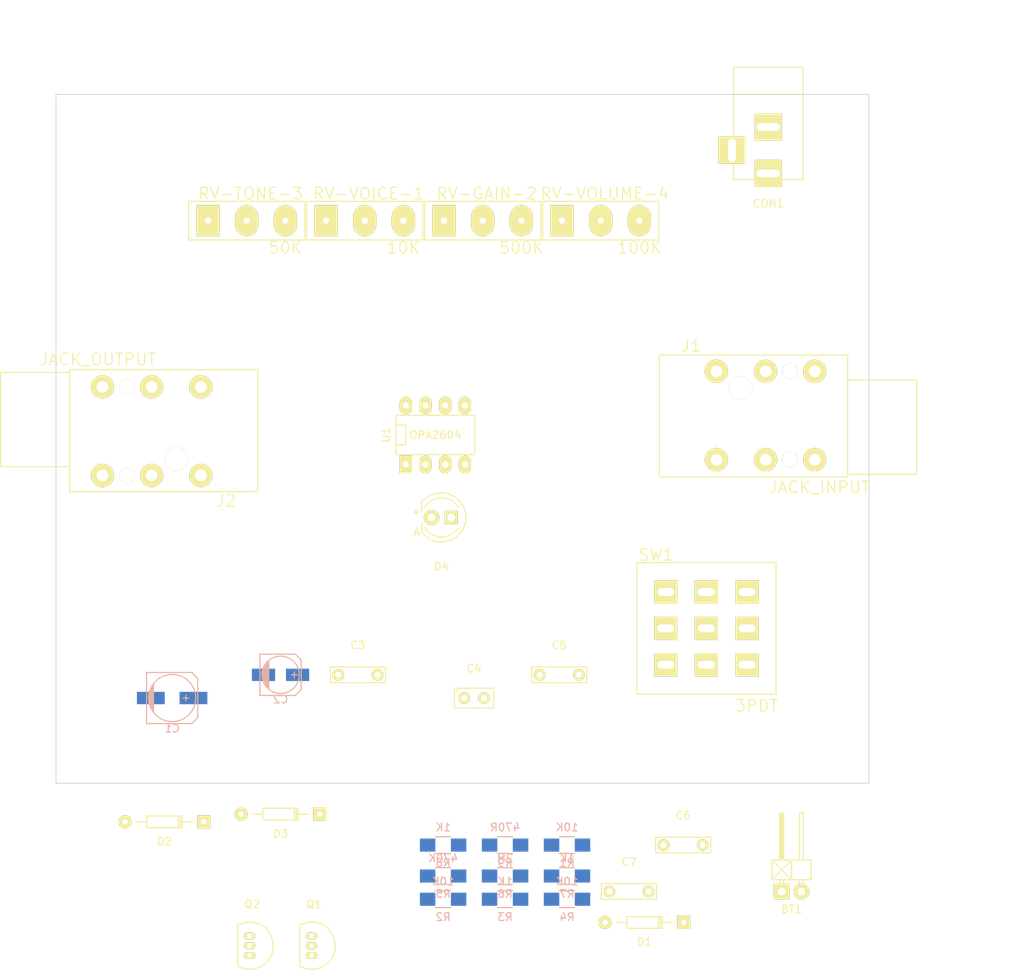
<source format=kicad_pcb>
(kicad_pcb (version 4) (host pcbnew "(2014-12-04 BZR 5312)-product")

  (general
    (links 65)
    (no_connects 65)
    (area 62.949999 50.949999 168.050001 140.050001)
    (thickness 1.6)
    (drawings 6)
    (tracks 0)
    (zones 0)
    (modules 32)
    (nets 28)
  )

  (page A4)
  (layers
    (0 F.Cu signal)
    (31 B.Cu signal)
    (32 B.Adhes user)
    (33 F.Adhes user)
    (34 B.Paste user)
    (35 F.Paste user)
    (36 B.SilkS user)
    (37 F.SilkS user)
    (38 B.Mask user)
    (39 F.Mask user)
    (40 Dwgs.User user)
    (41 Cmts.User user)
    (42 Eco1.User user)
    (43 Eco2.User user)
    (44 Edge.Cuts user)
    (45 Margin user)
    (46 B.CrtYd user)
    (47 F.CrtYd user)
    (48 B.Fab user)
    (49 F.Fab user)
  )

  (setup
    (last_trace_width 0.254)
    (trace_clearance 0.254)
    (zone_clearance 0.508)
    (zone_45_only no)
    (trace_min 0.254)
    (segment_width 0.2)
    (edge_width 0.1)
    (via_size 0.889)
    (via_drill 0.635)
    (via_min_size 0.889)
    (via_min_drill 0.508)
    (uvia_size 0.508)
    (uvia_drill 0.127)
    (uvias_allowed no)
    (uvia_min_size 0.508)
    (uvia_min_drill 0.127)
    (pcb_text_width 0.3)
    (pcb_text_size 1.5 1.5)
    (mod_edge_width 0.15)
    (mod_text_size 1 1)
    (mod_text_width 0.15)
    (pad_size 1.5 1.5)
    (pad_drill 0.6)
    (pad_to_mask_clearance 0)
    (aux_axis_origin 0 0)
    (visible_elements 7FFCFFFF)
    (pcbplotparams
      (layerselection 0x00030_80000001)
      (usegerberextensions false)
      (excludeedgelayer true)
      (linewidth 0.100000)
      (plotframeref false)
      (viasonmask false)
      (mode 1)
      (useauxorigin false)
      (hpglpennumber 1)
      (hpglpenspeed 20)
      (hpglpendiameter 15)
      (hpglpenoverlay 2)
      (psnegative false)
      (psa4output false)
      (plotreference true)
      (plotvalue true)
      (plotinvisibletext false)
      (padsonsilk false)
      (subtractmaskfromsilk false)
      (outputformat 1)
      (mirror false)
      (drillshape 1)
      (scaleselection 1)
      (outputdirectory ""))
  )

  (net 0 "")
  (net 1 "Net-(BT1-Pad1)")
  (net 2 "Net-(BT1-Pad2)")
  (net 3 +9V)
  (net 4 GND)
  (net 5 V2)
  (net 6 "Net-(C3-Pad1)")
  (net 7 "Net-(C3-Pad2)")
  (net 8 "Net-(C4-Pad1)")
  (net 9 "Net-(C5-Pad2)")
  (net 10 "Net-(C6-Pad1)")
  (net 11 INPUT)
  (net 12 "Net-(C7-Pad1)")
  (net 13 "Net-(C7-Pad2)")
  (net 14 "Net-(D1-Pad1)")
  (net 15 "Net-(D1-Pad2)")
  (net 16 "Net-(D3-Pad2)")
  (net 17 "Net-(D4-Pad2)")
  (net 18 INPUT_JACK)
  (net 19 OUTPUT_JACK)
  (net 20 "Net-(R3-Pad1)")
  (net 21 "Net-(R4-Pad1)")
  (net 22 "Net-(R7-Pad1)")
  (net 23 "Net-(R8-Pad2)")
  (net 24 "Net-(R9-Pad2)")
  (net 25 OUTPUT)
  (net 26 "Net-(SW1-Pad4)")
  (net 27 "Net-(SW1-Pad1)")

  (net_class Default "This is the default net class."
    (clearance 0.254)
    (trace_width 0.254)
    (via_dia 0.889)
    (via_drill 0.635)
    (uvia_dia 0.508)
    (uvia_drill 0.127)
    (add_net +9V)
    (add_net GND)
    (add_net INPUT)
    (add_net INPUT_JACK)
    (add_net "Net-(BT1-Pad1)")
    (add_net "Net-(BT1-Pad2)")
    (add_net "Net-(C3-Pad1)")
    (add_net "Net-(C3-Pad2)")
    (add_net "Net-(C4-Pad1)")
    (add_net "Net-(C5-Pad2)")
    (add_net "Net-(C6-Pad1)")
    (add_net "Net-(C7-Pad1)")
    (add_net "Net-(C7-Pad2)")
    (add_net "Net-(D1-Pad1)")
    (add_net "Net-(D1-Pad2)")
    (add_net "Net-(D3-Pad2)")
    (add_net "Net-(D4-Pad2)")
    (add_net "Net-(R3-Pad1)")
    (add_net "Net-(R4-Pad1)")
    (add_net "Net-(R7-Pad1)")
    (add_net "Net-(R8-Pad2)")
    (add_net "Net-(R9-Pad2)")
    (add_net "Net-(SW1-Pad1)")
    (add_net "Net-(SW1-Pad4)")
    (add_net OUTPUT)
    (add_net OUTPUT_JACK)
    (add_net V2)
  )

  (module Pin_Headers:Pin_Header_Angled_1x02 (layer F.Cu) (tedit 54B175DF) (tstamp 54B17D57)
    (at 158 154)
    (descr "Through hole pin header")
    (tags "pin header")
    (path /54AD9636)
    (fp_text reference BT1 (at 0 2.286) (layer F.SilkS)
      (effects (font (size 1 1) (thickness 0.15)))
    )
    (fp_text value BATTERY (at 0 0) (layer F.SilkS) hide
      (effects (font (size 1 1) (thickness 0.15)))
    )
    (fp_line (start 0 -4.064) (end -2.54 -1.524) (layer F.SilkS) (width 0.15))
    (fp_line (start -2.54 -4.064) (end 0 -1.524) (layer F.SilkS) (width 0.15))
    (fp_line (start -1.397 -4.191) (end -1.397 -10.033) (layer F.SilkS) (width 0.15))
    (fp_line (start -1.397 -10.033) (end -1.143 -10.033) (layer F.SilkS) (width 0.15))
    (fp_line (start -1.143 -10.033) (end -1.143 -4.191) (layer F.SilkS) (width 0.15))
    (fp_line (start -1.143 -4.191) (end -1.27 -4.191) (layer F.SilkS) (width 0.15))
    (fp_line (start -1.27 -4.191) (end -1.27 -10.033) (layer F.SilkS) (width 0.15))
    (fp_line (start -1.524 -1.524) (end -1.524 -1.143) (layer F.SilkS) (width 0.15))
    (fp_line (start -1.016 -1.524) (end -1.016 -1.143) (layer F.SilkS) (width 0.15))
    (fp_line (start 1.016 -1.524) (end 1.016 -1.143) (layer F.SilkS) (width 0.15))
    (fp_line (start 1.524 -1.524) (end 1.524 -1.143) (layer F.SilkS) (width 0.15))
    (fp_line (start -2.54 -1.524) (end -2.54 -4.064) (layer F.SilkS) (width 0.15))
    (fp_line (start 0 -1.524) (end 0 -4.064) (layer F.SilkS) (width 0.15))
    (fp_line (start 0 -1.524) (end 2.54 -1.524) (layer F.SilkS) (width 0.15))
    (fp_line (start 2.54 -1.524) (end 2.54 -4.064) (layer F.SilkS) (width 0.15))
    (fp_line (start 1.016 -4.064) (end 1.016 -10.16) (layer F.SilkS) (width 0.15))
    (fp_line (start 1.016 -10.16) (end 1.524 -10.16) (layer F.SilkS) (width 0.15))
    (fp_line (start 1.524 -10.16) (end 1.524 -4.064) (layer F.SilkS) (width 0.15))
    (fp_line (start 2.54 -4.064) (end 0 -4.064) (layer F.SilkS) (width 0.15))
    (fp_line (start 0 -4.064) (end -2.54 -4.064) (layer F.SilkS) (width 0.15))
    (fp_line (start -1.016 -10.16) (end -1.016 -4.064) (layer F.SilkS) (width 0.15))
    (fp_line (start -1.524 -10.16) (end -1.016 -10.16) (layer F.SilkS) (width 0.15))
    (fp_line (start -1.524 -4.064) (end -1.524 -10.16) (layer F.SilkS) (width 0.15))
    (fp_line (start 0 -1.524) (end 0 -4.064) (layer F.SilkS) (width 0.15))
    (fp_line (start -2.54 -1.524) (end 0 -1.524) (layer F.SilkS) (width 0.15))
    (pad 1 thru_hole rect (at -1.27 0) (size 2.032 2.032) (drill 1.016) (layers *.Cu *.Mask F.SilkS)
      (net 1 "Net-(BT1-Pad1)"))
    (pad 2 thru_hole oval (at 1.27 0) (size 2.032 2.032) (drill 1.016) (layers *.Cu *.Mask F.SilkS)
      (net 2 "Net-(BT1-Pad2)"))
    (model Pin_Headers/Pin_Header_Angled_1x02.wrl
      (at (xyz 0 0 0))
      (scale (xyz 1 1 1))
      (rotate (xyz 0 0 0))
    )
  )

  (module Capacitors_SMD:c_elec_6.3x5.3 (layer B.Cu) (tedit 54B175DF) (tstamp 54B17D6B)
    (at 78 129)
    (descr "SMT capacitor, aluminium electrolytic, 6.3x5.3")
    (path /54AD8B6F)
    (fp_text reference C1 (at 0 3.937) (layer B.SilkS)
      (effects (font (size 1 1) (thickness 0.15)) (justify mirror))
    )
    (fp_text value 100uF (at 0 -3.81) (layer B.SilkS) hide
      (effects (font (size 1 1) (thickness 0.15)) (justify mirror))
    )
    (fp_line (start -2.921 0.762) (end -2.921 -0.762) (layer B.SilkS) (width 0.15))
    (fp_line (start -2.794 -1.143) (end -2.794 1.143) (layer B.SilkS) (width 0.15))
    (fp_line (start -2.667 1.397) (end -2.667 -1.397) (layer B.SilkS) (width 0.15))
    (fp_line (start -2.54 -1.651) (end -2.54 1.651) (layer B.SilkS) (width 0.15))
    (fp_line (start -2.413 1.778) (end -2.413 -1.778) (layer B.SilkS) (width 0.15))
    (fp_circle (center 0 0) (end -3.048 0) (layer B.SilkS) (width 0.15))
    (fp_line (start -3.302 3.302) (end -3.302 -3.302) (layer B.SilkS) (width 0.15))
    (fp_line (start -3.302 -3.302) (end 2.54 -3.302) (layer B.SilkS) (width 0.15))
    (fp_line (start 2.54 -3.302) (end 3.302 -2.54) (layer B.SilkS) (width 0.15))
    (fp_line (start 3.302 -2.54) (end 3.302 2.54) (layer B.SilkS) (width 0.15))
    (fp_line (start 3.302 2.54) (end 2.54 3.302) (layer B.SilkS) (width 0.15))
    (fp_line (start 2.54 3.302) (end -3.302 3.302) (layer B.SilkS) (width 0.15))
    (fp_line (start 2.159 0) (end 1.397 0) (layer B.SilkS) (width 0.15))
    (fp_line (start 1.778 0.381) (end 1.778 -0.381) (layer B.SilkS) (width 0.15))
    (pad 1 smd rect (at 2.75082 0) (size 3.59918 1.6002) (layers B.Cu B.Paste B.Mask)
      (net 3 +9V))
    (pad 2 smd rect (at -2.75082 0) (size 3.59918 1.6002) (layers B.Cu B.Paste B.Mask)
      (net 4 GND))
    (model Capacitors_SMD/c_elec_6.3x5.3.wrl
      (at (xyz 0 0 0))
      (scale (xyz 1 1 1))
      (rotate (xyz 0 0 0))
    )
  )

  (module Capacitors_SMD:c_elec_5x5.3 (layer B.Cu) (tedit 540403A8) (tstamp 54B17D81)
    (at 92 126)
    (descr "SMT capacitor, aluminium electrolytic, 5x5.3")
    (path /54AD8B93)
    (fp_text reference C2 (at 0 3.175) (layer B.SilkS)
      (effects (font (size 1 1) (thickness 0.15)) (justify mirror))
    )
    (fp_text value 47uF (at 0 -3.175) (layer B.SilkS) hide
      (effects (font (size 1 1) (thickness 0.15)) (justify mirror))
    )
    (fp_line (start -2.286 0.635) (end -2.286 -0.762) (layer B.SilkS) (width 0.15))
    (fp_line (start -2.159 0.889) (end -2.159 -0.889) (layer B.SilkS) (width 0.15))
    (fp_line (start -2.032 1.27) (end -2.032 -1.27) (layer B.SilkS) (width 0.15))
    (fp_line (start -1.905 -1.397) (end -1.905 1.397) (layer B.SilkS) (width 0.15))
    (fp_line (start -1.778 1.524) (end -1.778 -1.524) (layer B.SilkS) (width 0.15))
    (fp_line (start -1.651 -1.651) (end -1.651 1.651) (layer B.SilkS) (width 0.15))
    (fp_line (start -1.524 1.778) (end -1.524 -1.778) (layer B.SilkS) (width 0.15))
    (fp_circle (center 0 0) (end -2.413 0) (layer B.SilkS) (width 0.15))
    (fp_line (start -2.667 2.667) (end 1.905 2.667) (layer B.SilkS) (width 0.15))
    (fp_line (start 1.905 2.667) (end 2.667 1.905) (layer B.SilkS) (width 0.15))
    (fp_line (start 2.667 1.905) (end 2.667 -1.905) (layer B.SilkS) (width 0.15))
    (fp_line (start 2.667 -1.905) (end 1.905 -2.667) (layer B.SilkS) (width 0.15))
    (fp_line (start 1.905 -2.667) (end -2.667 -2.667) (layer B.SilkS) (width 0.15))
    (fp_line (start -2.667 -2.667) (end -2.667 2.667) (layer B.SilkS) (width 0.15))
    (fp_line (start 2.159 0) (end 1.397 0) (layer B.SilkS) (width 0.15))
    (fp_line (start 1.778 0.381) (end 1.778 -0.381) (layer B.SilkS) (width 0.15))
    (pad 1 smd rect (at 2.19964 0) (size 2.99974 1.6002) (layers B.Cu B.Paste B.Mask)
      (net 5 V2))
    (pad 2 smd rect (at -2.19964 0) (size 2.99974 1.6002) (layers B.Cu B.Paste B.Mask)
      (net 4 GND))
    (model Capacitors_SMD/c_elec_5x5.3.wrl
      (at (xyz 0 0 0))
      (scale (xyz 1 1 1))
      (rotate (xyz 0 0 0))
    )
  )

  (module Capacitors_ThroughHole:Capacitor7.5MMDiscRM5 (layer F.Cu) (tedit 54B175DF) (tstamp 54B17D8B)
    (at 102 126)
    (descr "Capacitor 7.5MM Disc RM 5MM")
    (tags C)
    (path /54ADDA73)
    (fp_text reference C3 (at 0 -3.81) (layer F.SilkS)
      (effects (font (size 1 1) (thickness 0.15)))
    )
    (fp_text value 470nF (at 0 -2.286) (layer F.SilkS) hide
      (effects (font (size 1 1) (thickness 0.15)))
    )
    (fp_line (start -3.556 -1.016) (end -3.556 1.016) (layer F.SilkS) (width 0.15))
    (fp_line (start -3.556 1.016) (end 3.556 1.016) (layer F.SilkS) (width 0.15))
    (fp_line (start 3.556 1.016) (end 3.556 -1.016) (layer F.SilkS) (width 0.15))
    (fp_line (start 3.556 -1.016) (end -3.556 -1.016) (layer F.SilkS) (width 0.15))
    (pad 1 thru_hole circle (at -2.54 0) (size 1.50114 1.50114) (drill 0.8001) (layers *.Cu *.Mask F.SilkS)
      (net 6 "Net-(C3-Pad1)"))
    (pad 2 thru_hole circle (at 2.54 0) (size 1.50114 1.50114) (drill 0.8001) (layers *.Cu *.Mask F.SilkS)
      (net 7 "Net-(C3-Pad2)"))
    (model Capacitors_ThroughHole/Capacitor7.5MMDiscRM5.wrl
      (at (xyz 0 0 0))
      (scale (xyz 1 1 1))
      (rotate (xyz 0 0 0))
    )
  )

  (module Capacitors_ThroughHole:Capacitor3MMDiscRM2.5 (layer F.Cu) (tedit 54B175DF) (tstamp 54B17D96)
    (at 117 129)
    (descr Capacitor3MMDiscRM2.5)
    (tags C)
    (path /54ADCF6C)
    (fp_text reference C4 (at 0 -3.81) (layer F.SilkS)
      (effects (font (size 1 1) (thickness 0.15)))
    )
    (fp_text value 3.3nF (at 0 -2.286) (layer F.SilkS) hide
      (effects (font (size 1 1) (thickness 0.15)))
    )
    (fp_line (start -2.4892 -1.27) (end 2.54 -1.27) (layer F.SilkS) (width 0.15))
    (fp_line (start 2.54 -1.27) (end 2.54 1.27) (layer F.SilkS) (width 0.15))
    (fp_line (start 2.54 1.27) (end -2.54 1.27) (layer F.SilkS) (width 0.15))
    (fp_line (start -2.54 1.27) (end -2.54 -1.27) (layer F.SilkS) (width 0.15))
    (fp_line (start -2.54 -0.635) (end -1.905 -1.27) (layer F.SilkS) (width 0.15))
    (pad 1 thru_hole circle (at -1.27 0) (size 1.50114 1.50114) (drill 0.8001) (layers *.Cu *.Mask F.SilkS)
      (net 8 "Net-(C4-Pad1)"))
    (pad 2 thru_hole circle (at 1.27 0) (size 1.50114 1.50114) (drill 0.8001) (layers *.Cu *.Mask F.SilkS)
      (net 4 GND))
    (model Capacitors_ThroughHole/Capacitor3MMDiscRM2.5.wrl
      (at (xyz 0 0 0))
      (scale (xyz 1 1 1))
      (rotate (xyz 0 0 0))
    )
  )

  (module Capacitors_ThroughHole:Capacitor7.5MMDiscRM5 (layer F.Cu) (tedit 54B175DF) (tstamp 54B17DA0)
    (at 128 126)
    (descr "Capacitor 7.5MM Disc RM 5MM")
    (tags C)
    (path /54AD9CBC)
    (fp_text reference C5 (at 0 -3.81) (layer F.SilkS)
      (effects (font (size 1 1) (thickness 0.15)))
    )
    (fp_text value 100nF (at 0 -2.286) (layer F.SilkS) hide
      (effects (font (size 1 1) (thickness 0.15)))
    )
    (fp_line (start -3.556 -1.016) (end -3.556 1.016) (layer F.SilkS) (width 0.15))
    (fp_line (start -3.556 1.016) (end 3.556 1.016) (layer F.SilkS) (width 0.15))
    (fp_line (start 3.556 1.016) (end 3.556 -1.016) (layer F.SilkS) (width 0.15))
    (fp_line (start 3.556 -1.016) (end -3.556 -1.016) (layer F.SilkS) (width 0.15))
    (pad 1 thru_hole circle (at -2.54 0) (size 1.50114 1.50114) (drill 0.8001) (layers *.Cu *.Mask F.SilkS)
      (net 5 V2))
    (pad 2 thru_hole circle (at 2.54 0) (size 1.50114 1.50114) (drill 0.8001) (layers *.Cu *.Mask F.SilkS)
      (net 9 "Net-(C5-Pad2)"))
    (model Capacitors_ThroughHole/Capacitor7.5MMDiscRM5.wrl
      (at (xyz 0 0 0))
      (scale (xyz 1 1 1))
      (rotate (xyz 0 0 0))
    )
  )

  (module Capacitors_ThroughHole:Capacitor7.5MMDiscRM5 (layer F.Cu) (tedit 54B175DF) (tstamp 54B17DAA)
    (at 144 148)
    (descr "Capacitor 7.5MM Disc RM 5MM")
    (tags C)
    (path /54ADA3BF)
    (fp_text reference C6 (at 0 -3.81) (layer F.SilkS)
      (effects (font (size 1 1) (thickness 0.15)))
    )
    (fp_text value 470nF (at 0 -2.286) (layer F.SilkS) hide
      (effects (font (size 1 1) (thickness 0.15)))
    )
    (fp_line (start -3.556 -1.016) (end -3.556 1.016) (layer F.SilkS) (width 0.15))
    (fp_line (start -3.556 1.016) (end 3.556 1.016) (layer F.SilkS) (width 0.15))
    (fp_line (start 3.556 1.016) (end 3.556 -1.016) (layer F.SilkS) (width 0.15))
    (fp_line (start 3.556 -1.016) (end -3.556 -1.016) (layer F.SilkS) (width 0.15))
    (pad 1 thru_hole circle (at -2.54 0) (size 1.50114 1.50114) (drill 0.8001) (layers *.Cu *.Mask F.SilkS)
      (net 10 "Net-(C6-Pad1)"))
    (pad 2 thru_hole circle (at 2.54 0) (size 1.50114 1.50114) (drill 0.8001) (layers *.Cu *.Mask F.SilkS)
      (net 11 INPUT))
    (model Capacitors_ThroughHole/Capacitor7.5MMDiscRM5.wrl
      (at (xyz 0 0 0))
      (scale (xyz 1 1 1))
      (rotate (xyz 0 0 0))
    )
  )

  (module Capacitors_ThroughHole:Capacitor7.5MMDiscRM5 (layer F.Cu) (tedit 54B175DF) (tstamp 54B17DB4)
    (at 137 154)
    (descr "Capacitor 7.5MM Disc RM 5MM")
    (tags C)
    (path /54ADB220)
    (fp_text reference C7 (at 0 -3.81) (layer F.SilkS)
      (effects (font (size 1 1) (thickness 0.15)))
    )
    (fp_text value 100pF (at 0 -2.286) (layer F.SilkS) hide
      (effects (font (size 1 1) (thickness 0.15)))
    )
    (fp_line (start -3.556 -1.016) (end -3.556 1.016) (layer F.SilkS) (width 0.15))
    (fp_line (start -3.556 1.016) (end 3.556 1.016) (layer F.SilkS) (width 0.15))
    (fp_line (start 3.556 1.016) (end 3.556 -1.016) (layer F.SilkS) (width 0.15))
    (fp_line (start 3.556 -1.016) (end -3.556 -1.016) (layer F.SilkS) (width 0.15))
    (pad 1 thru_hole circle (at -2.54 0) (size 1.50114 1.50114) (drill 0.8001) (layers *.Cu *.Mask F.SilkS)
      (net 12 "Net-(C7-Pad1)"))
    (pad 2 thru_hole circle (at 2.54 0) (size 1.50114 1.50114) (drill 0.8001) (layers *.Cu *.Mask F.SilkS)
      (net 13 "Net-(C7-Pad2)"))
    (model Capacitors_ThroughHole/Capacitor7.5MMDiscRM5.wrl
      (at (xyz 0 0 0))
      (scale (xyz 1 1 1))
      (rotate (xyz 0 0 0))
    )
  )

  (module Connect:BARREL_JACK (layer F.Cu) (tedit 54B175DF) (tstamp 54B17DC0)
    (at 155 55 270)
    (descr "DC Barrel Jack")
    (tags "Power Jack")
    (path /54AD917D)
    (fp_text reference CON1 (at 10.09904 0 360) (layer F.SilkS)
      (effects (font (size 1 1) (thickness 0.15)))
    )
    (fp_text value BARREL_JACK (at 0 -5.99948 270) (layer F.SilkS) hide
      (effects (font (size 1 1) (thickness 0.15)))
    )
    (fp_line (start -4.0005 -4.50088) (end -4.0005 4.50088) (layer F.SilkS) (width 0.15))
    (fp_line (start -7.50062 -4.50088) (end -7.50062 4.50088) (layer F.SilkS) (width 0.15))
    (fp_line (start -7.50062 4.50088) (end 7.00024 4.50088) (layer F.SilkS) (width 0.15))
    (fp_line (start 7.00024 4.50088) (end 7.00024 -4.50088) (layer F.SilkS) (width 0.15))
    (fp_line (start 7.00024 -4.50088) (end -7.50062 -4.50088) (layer F.SilkS) (width 0.15))
    (pad 1 thru_hole rect (at 6.20014 0 270) (size 3.50012 3.50012) (drill oval 1.00076 2.99974) (layers *.Cu *.Mask F.SilkS)
      (net 2 "Net-(BT1-Pad2)"))
    (pad 2 thru_hole rect (at 0.20066 0 270) (size 3.50012 3.50012) (drill oval 1.00076 2.99974) (layers *.Cu *.Mask F.SilkS)
      (net 1 "Net-(BT1-Pad1)"))
    (pad 3 thru_hole rect (at 3.2004 4.699 270) (size 3.50012 3.50012) (drill oval 2.99974 1.00076) (layers *.Cu *.Mask F.SilkS)
      (net 3 +9V))
  )

  (module Diodes_ThroughHole:Diode_DO-35_SOD27_Horizontal_RM10 (layer F.Cu) (tedit 54B175DF) (tstamp 54B17DCF)
    (at 139 158)
    (descr "Diode, DO-35,  SOD27, Horizontal, RM 10mm")
    (tags "Diode, DO-35, SOD27, Horizontal, RM 10mm, 1N4148,")
    (path /54ADAD98)
    (fp_text reference D1 (at 0 2.54) (layer F.SilkS)
      (effects (font (size 1 1) (thickness 0.15)))
    )
    (fp_text value BAT41 (at -1.016 -3.556) (layer F.SilkS) hide
      (effects (font (size 1 1) (thickness 0.15)))
    )
    (fp_line (start -2.286 0) (end -3.683 0) (layer F.SilkS) (width 0.15))
    (fp_line (start 2.159 0) (end 3.683 0) (layer F.SilkS) (width 0.15))
    (fp_line (start 1.778 -0.762) (end 1.778 0.762) (layer F.SilkS) (width 0.15))
    (fp_line (start 2.032 -0.762) (end 2.032 0.762) (layer F.SilkS) (width 0.15))
    (fp_line (start 2.286 0) (end 2.286 0.762) (layer F.SilkS) (width 0.15))
    (fp_line (start 2.286 0.762) (end -2.286 0.762) (layer F.SilkS) (width 0.15))
    (fp_line (start -2.286 0.762) (end -2.286 -0.762) (layer F.SilkS) (width 0.15))
    (fp_line (start -2.286 -0.762) (end 2.286 -0.762) (layer F.SilkS) (width 0.15))
    (fp_line (start 2.286 -0.762) (end 2.286 0) (layer F.SilkS) (width 0.15))
    (pad 1 thru_hole circle (at -5.08 0) (size 1.69926 1.69926) (drill 0.70104) (layers *.Cu *.Mask F.SilkS)
      (net 14 "Net-(D1-Pad1)"))
    (pad 2 thru_hole rect (at 5.08 0) (size 1.69926 1.69926) (drill 0.70104) (layers *.Cu *.Mask F.SilkS)
      (net 15 "Net-(D1-Pad2)"))
    (model Diodes_ThroughHole/Diode_DO-35_SOD27_Horizontal_RM10.wrl
      (at (xyz 0 0 0))
      (scale (xyz 0.4 0.4 0.4))
      (rotate (xyz 0 0 0))
    )
  )

  (module Diodes_ThroughHole:Diode_DO-35_SOD27_Horizontal_RM10 (layer F.Cu) (tedit 54B175DF) (tstamp 54B17DDE)
    (at 77 145)
    (descr "Diode, DO-35,  SOD27, Horizontal, RM 10mm")
    (tags "Diode, DO-35, SOD27, Horizontal, RM 10mm, 1N4148,")
    (path /54ADADE7)
    (fp_text reference D2 (at 0 2.54) (layer F.SilkS)
      (effects (font (size 1 1) (thickness 0.15)))
    )
    (fp_text value BAT41 (at -1.016 -3.556) (layer F.SilkS) hide
      (effects (font (size 1 1) (thickness 0.15)))
    )
    (fp_line (start -2.286 0) (end -3.683 0) (layer F.SilkS) (width 0.15))
    (fp_line (start 2.159 0) (end 3.683 0) (layer F.SilkS) (width 0.15))
    (fp_line (start 1.778 -0.762) (end 1.778 0.762) (layer F.SilkS) (width 0.15))
    (fp_line (start 2.032 -0.762) (end 2.032 0.762) (layer F.SilkS) (width 0.15))
    (fp_line (start 2.286 0) (end 2.286 0.762) (layer F.SilkS) (width 0.15))
    (fp_line (start 2.286 0.762) (end -2.286 0.762) (layer F.SilkS) (width 0.15))
    (fp_line (start -2.286 0.762) (end -2.286 -0.762) (layer F.SilkS) (width 0.15))
    (fp_line (start -2.286 -0.762) (end 2.286 -0.762) (layer F.SilkS) (width 0.15))
    (fp_line (start 2.286 -0.762) (end 2.286 0) (layer F.SilkS) (width 0.15))
    (pad 1 thru_hole circle (at -5.08 0) (size 1.69926 1.69926) (drill 0.70104) (layers *.Cu *.Mask F.SilkS)
      (net 12 "Net-(C7-Pad1)"))
    (pad 2 thru_hole rect (at 5.08 0) (size 1.69926 1.69926) (drill 0.70104) (layers *.Cu *.Mask F.SilkS)
      (net 14 "Net-(D1-Pad1)"))
    (model Diodes_ThroughHole/Diode_DO-35_SOD27_Horizontal_RM10.wrl
      (at (xyz 0 0 0))
      (scale (xyz 0.4 0.4 0.4))
      (rotate (xyz 0 0 0))
    )
  )

  (module Diodes_ThroughHole:Diode_DO-35_SOD27_Horizontal_RM10 (layer F.Cu) (tedit 54B175DF) (tstamp 54B17DED)
    (at 92 144)
    (descr "Diode, DO-35,  SOD27, Horizontal, RM 10mm")
    (tags "Diode, DO-35, SOD27, Horizontal, RM 10mm, 1N4148,")
    (path /54ADAE1E)
    (fp_text reference D3 (at 0 2.54) (layer F.SilkS)
      (effects (font (size 1 1) (thickness 0.15)))
    )
    (fp_text value BAT41 (at -1.016 -3.556) (layer F.SilkS) hide
      (effects (font (size 1 1) (thickness 0.15)))
    )
    (fp_line (start -2.286 0) (end -3.683 0) (layer F.SilkS) (width 0.15))
    (fp_line (start 2.159 0) (end 3.683 0) (layer F.SilkS) (width 0.15))
    (fp_line (start 1.778 -0.762) (end 1.778 0.762) (layer F.SilkS) (width 0.15))
    (fp_line (start 2.032 -0.762) (end 2.032 0.762) (layer F.SilkS) (width 0.15))
    (fp_line (start 2.286 0) (end 2.286 0.762) (layer F.SilkS) (width 0.15))
    (fp_line (start 2.286 0.762) (end -2.286 0.762) (layer F.SilkS) (width 0.15))
    (fp_line (start -2.286 0.762) (end -2.286 -0.762) (layer F.SilkS) (width 0.15))
    (fp_line (start -2.286 -0.762) (end 2.286 -0.762) (layer F.SilkS) (width 0.15))
    (fp_line (start 2.286 -0.762) (end 2.286 0) (layer F.SilkS) (width 0.15))
    (pad 1 thru_hole circle (at -5.08 0) (size 1.69926 1.69926) (drill 0.70104) (layers *.Cu *.Mask F.SilkS)
      (net 13 "Net-(C7-Pad2)"))
    (pad 2 thru_hole rect (at 5.08 0) (size 1.69926 1.69926) (drill 0.70104) (layers *.Cu *.Mask F.SilkS)
      (net 16 "Net-(D3-Pad2)"))
    (model Diodes_ThroughHole/Diode_DO-35_SOD27_Horizontal_RM10.wrl
      (at (xyz 0 0 0))
      (scale (xyz 0.4 0.4 0.4))
      (rotate (xyz 0 0 0))
    )
  )

  (module Diodes_ThroughHole:Diode_LED_5mm_round_vertical (layer F.Cu) (tedit 54B175DF) (tstamp 54B17E24)
    (at 112.776 105.664)
    (descr "Leuchtdiode, LED,  5mm, round, rund,  vertical,")
    (tags "Leuchtdiode, LED,  5mm, round, rund,  vertical,")
    (path /54ADB5B6)
    (fp_text reference D4 (at 0 6.35) (layer F.SilkS)
      (effects (font (size 1 1) (thickness 0.15)))
    )
    (fp_text value LED (at 0 -5.08) (layer F.SilkS) hide
      (effects (font (size 1 1) (thickness 0.15)))
    )
    (fp_text user A (at -3.175 1.905) (layer F.SilkS)
      (effects (font (size 1 1) (thickness 0.15)))
    )
    (fp_text user + (at -3.302 -0.762) (layer F.SilkS)
      (effects (font (size 1 1) (thickness 0.15)))
    )
    (fp_line (start -2.54 1.905) (end -2.54 0.762) (layer F.SilkS) (width 0.15))
    (fp_line (start -2.54 -2.159) (end -2.54 -0.762) (layer F.SilkS) (width 0.15))
    (fp_line (start -2.159 1.27) (end -1.905 1.651) (layer F.SilkS) (width 0.15))
    (fp_line (start -1.905 1.651) (end -1.524 2.032) (layer F.SilkS) (width 0.15))
    (fp_line (start -1.524 2.032) (end -1.016 2.286) (layer F.SilkS) (width 0.15))
    (fp_line (start -1.016 2.286) (end -0.254 2.54) (layer F.SilkS) (width 0.15))
    (fp_line (start -0.254 2.54) (end 0.127 2.54) (layer F.SilkS) (width 0.15))
    (fp_line (start 0.127 2.54) (end 0.762 2.413) (layer F.SilkS) (width 0.15))
    (fp_line (start 0.762 2.413) (end 1.524 2.032) (layer F.SilkS) (width 0.15))
    (fp_line (start 1.524 2.032) (end 1.778 1.778) (layer F.SilkS) (width 0.15))
    (fp_line (start 1.778 1.778) (end 2.159 1.397) (layer F.SilkS) (width 0.15))
    (fp_line (start 1.397 -2.159) (end 1.778 -1.778) (layer F.SilkS) (width 0.15))
    (fp_line (start 1.778 -1.778) (end 2.032 -1.524) (layer F.SilkS) (width 0.15))
    (fp_line (start 2.032 -1.524) (end 2.159 -1.397) (layer F.SilkS) (width 0.15))
    (fp_line (start -2.159 -1.27) (end -2.032 -1.524) (layer F.SilkS) (width 0.15))
    (fp_line (start -2.032 -1.524) (end -1.651 -1.905) (layer F.SilkS) (width 0.15))
    (fp_line (start -1.651 -1.905) (end -1.143 -2.286) (layer F.SilkS) (width 0.15))
    (fp_line (start -1.143 -2.286) (end -0.762 -2.413) (layer F.SilkS) (width 0.15))
    (fp_line (start -0.762 -2.413) (end -0.254 -2.54) (layer F.SilkS) (width 0.15))
    (fp_line (start -0.254 -2.54) (end 0.127 -2.54) (layer F.SilkS) (width 0.15))
    (fp_line (start 0.127 -2.54) (end 0.762 -2.413) (layer F.SilkS) (width 0.15))
    (fp_line (start 0.762 -2.413) (end 1.397 -2.159) (layer F.SilkS) (width 0.15))
    (fp_line (start -2.54 1.905) (end -2.159 2.286) (layer F.SilkS) (width 0.15))
    (fp_line (start -2.413 -2.159) (end -2.032 -2.413) (layer F.SilkS) (width 0.15))
    (fp_line (start -2.032 -2.413) (end -1.524 -2.794) (layer F.SilkS) (width 0.15))
    (fp_line (start -1.524 -2.794) (end -0.889 -3.048) (layer F.SilkS) (width 0.15))
    (fp_line (start -0.889 -3.048) (end -0.254 -3.175) (layer F.SilkS) (width 0.15))
    (fp_line (start -0.254 -3.175) (end 0.254 -3.175) (layer F.SilkS) (width 0.15))
    (fp_line (start 0.254 -3.175) (end 0.889 -3.048) (layer F.SilkS) (width 0.15))
    (fp_line (start 0.889 -3.048) (end 1.524 -2.794) (layer F.SilkS) (width 0.15))
    (fp_line (start 1.524 -2.794) (end 2.032 -2.413) (layer F.SilkS) (width 0.15))
    (fp_line (start 2.032 -2.413) (end 2.54 -1.905) (layer F.SilkS) (width 0.15))
    (fp_line (start 2.54 -1.905) (end 2.921 -1.27) (layer F.SilkS) (width 0.15))
    (fp_line (start 2.921 -1.27) (end 3.048 -0.889) (layer F.SilkS) (width 0.15))
    (fp_line (start 3.048 -0.889) (end 3.175 -0.254) (layer F.SilkS) (width 0.15))
    (fp_line (start 3.175 -0.254) (end 3.175 0.381) (layer F.SilkS) (width 0.15))
    (fp_line (start 3.175 0.381) (end 3.048 0.889) (layer F.SilkS) (width 0.15))
    (fp_line (start 3.048 0.889) (end 2.794 1.524) (layer F.SilkS) (width 0.15))
    (fp_line (start 2.794 1.524) (end 2.413 2.032) (layer F.SilkS) (width 0.15))
    (fp_line (start 2.413 2.032) (end 1.905 2.54) (layer F.SilkS) (width 0.15))
    (fp_line (start 1.905 2.54) (end 1.524 2.794) (layer F.SilkS) (width 0.15))
    (fp_line (start 1.524 2.794) (end 0.889 3.048) (layer F.SilkS) (width 0.15))
    (fp_line (start 0.889 3.048) (end 0.254 3.175) (layer F.SilkS) (width 0.15))
    (fp_line (start 0.254 3.175) (end -0.381 3.175) (layer F.SilkS) (width 0.15))
    (fp_line (start -0.381 3.175) (end -1.016 3.048) (layer F.SilkS) (width 0.15))
    (fp_line (start -1.016 3.048) (end -1.778 2.667) (layer F.SilkS) (width 0.15))
    (fp_line (start -1.778 2.667) (end -2.159 2.286) (layer F.SilkS) (width 0.15))
    (pad 1 thru_hole circle (at -1.27 0 90) (size 1.99898 1.99898) (drill 1.00076) (layers *.Cu *.Mask F.SilkS)
      (net 3 +9V))
    (pad 2 thru_hole rect (at 1.27 0) (size 1.69926 1.69926) (drill 1.00076) (layers *.Cu *.Mask F.SilkS)
      (net 17 "Net-(D4-Pad2)"))
    (model Diodes_ThroughHole/Diode_LED_5mm_round_vertical.wrl
      (at (xyz 0 0 0))
      (scale (xyz 0.4 0.4 0.4))
      (rotate (xyz 0 0 0))
    )
  )

  (module Local:NRJ6HF_6MM_ST_JACK (layer F.Cu) (tedit 54B16A0E) (tstamp 54B17E38)
    (at 161 94)
    (path /54AD9100)
    (fp_text reference J1 (at -15.95 -10.51) (layer F.SilkS)
      (effects (font (size 1.5 1.5) (thickness 0.15)))
    )
    (fp_text value JACK_INPUT (at 0.59 7.76) (layer F.SilkS)
      (effects (font (size 1.5 1.5) (thickness 0.15)))
    )
    (fp_line (start 4.27 6.09) (end 13.16 6.09) (layer F.SilkS) (width 0.15))
    (fp_line (start 13.16 6.09) (end 13.16 -6.1) (layer F.SilkS) (width 0.15))
    (fp_line (start 13.16 -6.1) (end 4.25 -6.1) (layer F.SilkS) (width 0.15))
    (fp_line (start 4.24 6.44) (end -20.07 6.44) (layer F.SilkS) (width 0.15))
    (fp_line (start -20.07 6.44) (end -20.07 -9.33) (layer F.SilkS) (width 0.15))
    (fp_line (start -20.07 -9.33) (end 4.24 -9.33) (layer F.SilkS) (width 0.15))
    (fp_line (start 4.24 -9.33) (end 4.24 6.43) (layer F.SilkS) (width 0.15))
    (pad 2 thru_hole circle (at 0 -7.23) (size 3 3) (drill 1.5) (layers *.Cu *.Mask F.SilkS)
      (net 4 GND))
    (pad 1 thru_hole circle (at -6.35 -7.23) (size 3 3) (drill 1.5) (layers *.Cu *.Mask F.SilkS)
      (net 2 "Net-(BT1-Pad2)"))
    (pad 2 thru_hole circle (at 0 4.2) (size 3 3) (drill 1.5) (layers *.Cu *.Mask F.SilkS)
      (net 4 GND))
    (pad 1 thru_hole circle (at -6.35 4.2) (size 3 3) (drill 1.5) (layers *.Cu *.Mask F.SilkS)
      (net 2 "Net-(BT1-Pad2)"))
    (pad "" thru_hole circle (at -3.2 -7.23) (size 2 2) (drill 2) (layers *.Cu *.Mask F.SilkS))
    (pad "" thru_hole circle (at -3.2 4.2) (size 2 2) (drill 2) (layers *.Cu *.Mask F.SilkS))
    (pad "" thru_hole circle (at -9.55 -5.1) (size 3 3) (drill 3) (layers *.Cu *.Mask F.SilkS))
    (pad 3 thru_hole circle (at -12.7 -7.23) (size 3 3) (drill 1.5) (layers *.Cu *.Mask F.SilkS)
      (net 18 INPUT_JACK))
    (pad 3 thru_hole circle (at -12.7 4.2) (size 3 3) (drill 1.5) (layers *.Cu *.Mask F.SilkS)
      (net 18 INPUT_JACK))
  )

  (module Local:NRJ6HF_6MM_ST_JACK (layer F.Cu) (tedit 54B16A0E) (tstamp 54B17E4C)
    (at 69 93 180)
    (path /54ADF5C6)
    (fp_text reference J2 (at -15.95 -10.51 180) (layer F.SilkS)
      (effects (font (size 1.5 1.5) (thickness 0.15)))
    )
    (fp_text value JACK_OUTPUT (at 0.59 7.76 180) (layer F.SilkS)
      (effects (font (size 1.5 1.5) (thickness 0.15)))
    )
    (fp_line (start 4.27 6.09) (end 13.16 6.09) (layer F.SilkS) (width 0.15))
    (fp_line (start 13.16 6.09) (end 13.16 -6.1) (layer F.SilkS) (width 0.15))
    (fp_line (start 13.16 -6.1) (end 4.25 -6.1) (layer F.SilkS) (width 0.15))
    (fp_line (start 4.24 6.44) (end -20.07 6.44) (layer F.SilkS) (width 0.15))
    (fp_line (start -20.07 6.44) (end -20.07 -9.33) (layer F.SilkS) (width 0.15))
    (fp_line (start -20.07 -9.33) (end 4.24 -9.33) (layer F.SilkS) (width 0.15))
    (fp_line (start 4.24 -9.33) (end 4.24 6.43) (layer F.SilkS) (width 0.15))
    (pad 2 thru_hole circle (at 0 -7.23 180) (size 3 3) (drill 1.5) (layers *.Cu *.Mask F.SilkS)
      (net 4 GND))
    (pad 1 thru_hole circle (at -6.35 -7.23 180) (size 3 3) (drill 1.5) (layers *.Cu *.Mask F.SilkS)
      (net 4 GND))
    (pad 2 thru_hole circle (at 0 4.2 180) (size 3 3) (drill 1.5) (layers *.Cu *.Mask F.SilkS)
      (net 4 GND))
    (pad 1 thru_hole circle (at -6.35 4.2 180) (size 3 3) (drill 1.5) (layers *.Cu *.Mask F.SilkS)
      (net 4 GND))
    (pad "" thru_hole circle (at -3.2 -7.23 180) (size 2 2) (drill 2) (layers *.Cu *.Mask F.SilkS))
    (pad "" thru_hole circle (at -3.2 4.2 180) (size 2 2) (drill 2) (layers *.Cu *.Mask F.SilkS))
    (pad "" thru_hole circle (at -9.55 -5.1 180) (size 3 3) (drill 3) (layers *.Cu *.Mask F.SilkS))
    (pad 3 thru_hole circle (at -12.7 -7.23 180) (size 3 3) (drill 1.5) (layers *.Cu *.Mask F.SilkS)
      (net 19 OUTPUT_JACK))
    (pad 3 thru_hole circle (at -12.7 4.2 180) (size 3 3) (drill 1.5) (layers *.Cu *.Mask F.SilkS)
      (net 19 OUTPUT_JACK))
  )

  (module Resistors_SMD:R_1206_HandSoldering (layer B.Cu) (tedit 5418A20D) (tstamp 54B17E9E)
    (at 129 148)
    (descr "Resistor SMD 1206, hand soldering")
    (tags "resistor 1206")
    (path /54AD8C07)
    (attr smd)
    (fp_text reference R1 (at 0 2.3) (layer B.SilkS)
      (effects (font (size 1 1) (thickness 0.15)) (justify mirror))
    )
    (fp_text value 10K (at 0 -2.3) (layer B.SilkS)
      (effects (font (size 1 1) (thickness 0.15)) (justify mirror))
    )
    (fp_line (start -3.3 1.2) (end 3.3 1.2) (layer B.CrtYd) (width 0.05))
    (fp_line (start -3.3 -1.2) (end 3.3 -1.2) (layer B.CrtYd) (width 0.05))
    (fp_line (start -3.3 1.2) (end -3.3 -1.2) (layer B.CrtYd) (width 0.05))
    (fp_line (start 3.3 1.2) (end 3.3 -1.2) (layer B.CrtYd) (width 0.05))
    (fp_line (start 1 -1.075) (end -1 -1.075) (layer B.SilkS) (width 0.15))
    (fp_line (start -1 1.075) (end 1 1.075) (layer B.SilkS) (width 0.15))
    (pad 1 smd rect (at -2 0) (size 2 1.7) (layers B.Cu B.Paste B.Mask)
      (net 3 +9V))
    (pad 2 smd rect (at 2 0) (size 2 1.7) (layers B.Cu B.Paste B.Mask)
      (net 5 V2))
    (model Resistors_SMD/R_1206_HandSoldering.wrl
      (at (xyz 0 0 0))
      (scale (xyz 1 1 1))
      (rotate (xyz 0 0 0))
    )
  )

  (module Resistors_SMD:R_1206_HandSoldering (layer B.Cu) (tedit 5418A20D) (tstamp 54B17EAA)
    (at 113 155)
    (descr "Resistor SMD 1206, hand soldering")
    (tags "resistor 1206")
    (path /54AD8C5C)
    (attr smd)
    (fp_text reference R2 (at 0 2.3) (layer B.SilkS)
      (effects (font (size 1 1) (thickness 0.15)) (justify mirror))
    )
    (fp_text value 10K (at 0 -2.3) (layer B.SilkS)
      (effects (font (size 1 1) (thickness 0.15)) (justify mirror))
    )
    (fp_line (start -3.3 1.2) (end 3.3 1.2) (layer B.CrtYd) (width 0.05))
    (fp_line (start -3.3 -1.2) (end 3.3 -1.2) (layer B.CrtYd) (width 0.05))
    (fp_line (start -3.3 1.2) (end -3.3 -1.2) (layer B.CrtYd) (width 0.05))
    (fp_line (start 3.3 1.2) (end 3.3 -1.2) (layer B.CrtYd) (width 0.05))
    (fp_line (start 1 -1.075) (end -1 -1.075) (layer B.SilkS) (width 0.15))
    (fp_line (start -1 1.075) (end 1 1.075) (layer B.SilkS) (width 0.15))
    (pad 1 smd rect (at -2 0) (size 2 1.7) (layers B.Cu B.Paste B.Mask)
      (net 5 V2))
    (pad 2 smd rect (at 2 0) (size 2 1.7) (layers B.Cu B.Paste B.Mask)
      (net 4 GND))
    (model Resistors_SMD/R_1206_HandSoldering.wrl
      (at (xyz 0 0 0))
      (scale (xyz 1 1 1))
      (rotate (xyz 0 0 0))
    )
  )

  (module Resistors_SMD:R_1206_HandSoldering (layer B.Cu) (tedit 5418A20D) (tstamp 54B17EB6)
    (at 121 155)
    (descr "Resistor SMD 1206, hand soldering")
    (tags "resistor 1206")
    (path /54ADDAF3)
    (attr smd)
    (fp_text reference R3 (at 0 2.3) (layer B.SilkS)
      (effects (font (size 1 1) (thickness 0.15)) (justify mirror))
    )
    (fp_text value 1K (at 0 -2.3) (layer B.SilkS)
      (effects (font (size 1 1) (thickness 0.15)) (justify mirror))
    )
    (fp_line (start -3.3 1.2) (end 3.3 1.2) (layer B.CrtYd) (width 0.05))
    (fp_line (start -3.3 -1.2) (end 3.3 -1.2) (layer B.CrtYd) (width 0.05))
    (fp_line (start -3.3 1.2) (end -3.3 -1.2) (layer B.CrtYd) (width 0.05))
    (fp_line (start 3.3 1.2) (end 3.3 -1.2) (layer B.CrtYd) (width 0.05))
    (fp_line (start 1 -1.075) (end -1 -1.075) (layer B.SilkS) (width 0.15))
    (fp_line (start -1 1.075) (end 1 1.075) (layer B.SilkS) (width 0.15))
    (pad 1 smd rect (at -2 0) (size 2 1.7) (layers B.Cu B.Paste B.Mask)
      (net 20 "Net-(R3-Pad1)"))
    (pad 2 smd rect (at 2 0) (size 2 1.7) (layers B.Cu B.Paste B.Mask)
      (net 6 "Net-(C3-Pad1)"))
    (model Resistors_SMD/R_1206_HandSoldering.wrl
      (at (xyz 0 0 0))
      (scale (xyz 1 1 1))
      (rotate (xyz 0 0 0))
    )
  )

  (module Resistors_SMD:R_1206_HandSoldering (layer B.Cu) (tedit 5418A20D) (tstamp 54B17EC2)
    (at 129 155)
    (descr "Resistor SMD 1206, hand soldering")
    (tags "resistor 1206")
    (path /54ADCB81)
    (attr smd)
    (fp_text reference R4 (at 0 2.3) (layer B.SilkS)
      (effects (font (size 1 1) (thickness 0.15)) (justify mirror))
    )
    (fp_text value 10K (at 0 -2.3) (layer B.SilkS)
      (effects (font (size 1 1) (thickness 0.15)) (justify mirror))
    )
    (fp_line (start -3.3 1.2) (end 3.3 1.2) (layer B.CrtYd) (width 0.05))
    (fp_line (start -3.3 -1.2) (end 3.3 -1.2) (layer B.CrtYd) (width 0.05))
    (fp_line (start -3.3 1.2) (end -3.3 -1.2) (layer B.CrtYd) (width 0.05))
    (fp_line (start 3.3 1.2) (end 3.3 -1.2) (layer B.CrtYd) (width 0.05))
    (fp_line (start 1 -1.075) (end -1 -1.075) (layer B.SilkS) (width 0.15))
    (fp_line (start -1 1.075) (end 1 1.075) (layer B.SilkS) (width 0.15))
    (pad 1 smd rect (at -2 0) (size 2 1.7) (layers B.Cu B.Paste B.Mask)
      (net 21 "Net-(R4-Pad1)"))
    (pad 2 smd rect (at 2 0) (size 2 1.7) (layers B.Cu B.Paste B.Mask)
      (net 12 "Net-(C7-Pad1)"))
    (model Resistors_SMD/R_1206_HandSoldering.wrl
      (at (xyz 0 0 0))
      (scale (xyz 1 1 1))
      (rotate (xyz 0 0 0))
    )
  )

  (module Resistors_SMD:R_1206_HandSoldering (layer B.Cu) (tedit 5418A20D) (tstamp 54B17ECE)
    (at 113 152)
    (descr "Resistor SMD 1206, hand soldering")
    (tags "resistor 1206")
    (path /54ADA4CB)
    (attr smd)
    (fp_text reference R5 (at 0 2.3) (layer B.SilkS)
      (effects (font (size 1 1) (thickness 0.15)) (justify mirror))
    )
    (fp_text value 470K (at 0 -2.3) (layer B.SilkS)
      (effects (font (size 1 1) (thickness 0.15)) (justify mirror))
    )
    (fp_line (start -3.3 1.2) (end 3.3 1.2) (layer B.CrtYd) (width 0.05))
    (fp_line (start -3.3 -1.2) (end 3.3 -1.2) (layer B.CrtYd) (width 0.05))
    (fp_line (start -3.3 1.2) (end -3.3 -1.2) (layer B.CrtYd) (width 0.05))
    (fp_line (start 3.3 1.2) (end 3.3 -1.2) (layer B.CrtYd) (width 0.05))
    (fp_line (start 1 -1.075) (end -1 -1.075) (layer B.SilkS) (width 0.15))
    (fp_line (start -1 1.075) (end 1 1.075) (layer B.SilkS) (width 0.15))
    (pad 1 smd rect (at -2 0) (size 2 1.7) (layers B.Cu B.Paste B.Mask)
      (net 10 "Net-(C6-Pad1)"))
    (pad 2 smd rect (at 2 0) (size 2 1.7) (layers B.Cu B.Paste B.Mask)
      (net 5 V2))
    (model Resistors_SMD/R_1206_HandSoldering.wrl
      (at (xyz 0 0 0))
      (scale (xyz 1 1 1))
      (rotate (xyz 0 0 0))
    )
  )

  (module Resistors_SMD:R_1206_HandSoldering (layer B.Cu) (tedit 5418A20D) (tstamp 54B17EDA)
    (at 121 152)
    (descr "Resistor SMD 1206, hand soldering")
    (tags "resistor 1206")
    (path /54ADA45F)
    (attr smd)
    (fp_text reference R6 (at 0 2.3) (layer B.SilkS)
      (effects (font (size 1 1) (thickness 0.15)) (justify mirror))
    )
    (fp_text value 2M (at 0 -2.3) (layer B.SilkS)
      (effects (font (size 1 1) (thickness 0.15)) (justify mirror))
    )
    (fp_line (start -3.3 1.2) (end 3.3 1.2) (layer B.CrtYd) (width 0.05))
    (fp_line (start -3.3 -1.2) (end 3.3 -1.2) (layer B.CrtYd) (width 0.05))
    (fp_line (start -3.3 1.2) (end -3.3 -1.2) (layer B.CrtYd) (width 0.05))
    (fp_line (start 3.3 1.2) (end 3.3 -1.2) (layer B.CrtYd) (width 0.05))
    (fp_line (start 1 -1.075) (end -1 -1.075) (layer B.SilkS) (width 0.15))
    (fp_line (start -1 1.075) (end 1 1.075) (layer B.SilkS) (width 0.15))
    (pad 1 smd rect (at -2 0) (size 2 1.7) (layers B.Cu B.Paste B.Mask)
      (net 11 INPUT))
    (pad 2 smd rect (at 2 0) (size 2 1.7) (layers B.Cu B.Paste B.Mask)
      (net 4 GND))
    (model Resistors_SMD/R_1206_HandSoldering.wrl
      (at (xyz 0 0 0))
      (scale (xyz 1 1 1))
      (rotate (xyz 0 0 0))
    )
  )

  (module Resistors_SMD:R_1206_HandSoldering (layer B.Cu) (tedit 5418A20D) (tstamp 54B17EE6)
    (at 129 152)
    (descr "Resistor SMD 1206, hand soldering")
    (tags "resistor 1206")
    (path /54AD9D90)
    (attr smd)
    (fp_text reference R7 (at 0 2.3) (layer B.SilkS)
      (effects (font (size 1 1) (thickness 0.15)) (justify mirror))
    )
    (fp_text value 1K (at 0 -2.3) (layer B.SilkS)
      (effects (font (size 1 1) (thickness 0.15)) (justify mirror))
    )
    (fp_line (start -3.3 1.2) (end 3.3 1.2) (layer B.CrtYd) (width 0.05))
    (fp_line (start -3.3 -1.2) (end 3.3 -1.2) (layer B.CrtYd) (width 0.05))
    (fp_line (start -3.3 1.2) (end -3.3 -1.2) (layer B.CrtYd) (width 0.05))
    (fp_line (start 3.3 1.2) (end 3.3 -1.2) (layer B.CrtYd) (width 0.05))
    (fp_line (start 1 -1.075) (end -1 -1.075) (layer B.SilkS) (width 0.15))
    (fp_line (start -1 1.075) (end 1 1.075) (layer B.SilkS) (width 0.15))
    (pad 1 smd rect (at -2 0) (size 2 1.7) (layers B.Cu B.Paste B.Mask)
      (net 22 "Net-(R7-Pad1)"))
    (pad 2 smd rect (at 2 0) (size 2 1.7) (layers B.Cu B.Paste B.Mask)
      (net 13 "Net-(C7-Pad2)"))
    (model Resistors_SMD/R_1206_HandSoldering.wrl
      (at (xyz 0 0 0))
      (scale (xyz 1 1 1))
      (rotate (xyz 0 0 0))
    )
  )

  (module Resistors_SMD:R_1206_HandSoldering (layer B.Cu) (tedit 5418A20D) (tstamp 54B17EF2)
    (at 113 148)
    (descr "Resistor SMD 1206, hand soldering")
    (tags "resistor 1206")
    (path /54ADB5EC)
    (attr smd)
    (fp_text reference R8 (at 0 2.3) (layer B.SilkS)
      (effects (font (size 1 1) (thickness 0.15)) (justify mirror))
    )
    (fp_text value 1K (at 0 -2.3) (layer B.SilkS)
      (effects (font (size 1 1) (thickness 0.15)) (justify mirror))
    )
    (fp_line (start -3.3 1.2) (end 3.3 1.2) (layer B.CrtYd) (width 0.05))
    (fp_line (start -3.3 -1.2) (end 3.3 -1.2) (layer B.CrtYd) (width 0.05))
    (fp_line (start -3.3 1.2) (end -3.3 -1.2) (layer B.CrtYd) (width 0.05))
    (fp_line (start 3.3 1.2) (end 3.3 -1.2) (layer B.CrtYd) (width 0.05))
    (fp_line (start 1 -1.075) (end -1 -1.075) (layer B.SilkS) (width 0.15))
    (fp_line (start -1 1.075) (end 1 1.075) (layer B.SilkS) (width 0.15))
    (pad 1 smd rect (at -2 0) (size 2 1.7) (layers B.Cu B.Paste B.Mask)
      (net 12 "Net-(C7-Pad1)"))
    (pad 2 smd rect (at 2 0) (size 2 1.7) (layers B.Cu B.Paste B.Mask)
      (net 23 "Net-(R8-Pad2)"))
    (model Resistors_SMD/R_1206_HandSoldering.wrl
      (at (xyz 0 0 0))
      (scale (xyz 1 1 1))
      (rotate (xyz 0 0 0))
    )
  )

  (module Resistors_SMD:R_1206_HandSoldering (layer B.Cu) (tedit 5418A20D) (tstamp 54B17EFE)
    (at 121 148)
    (descr "Resistor SMD 1206, hand soldering")
    (tags "resistor 1206")
    (path /54ADB675)
    (attr smd)
    (fp_text reference R9 (at 0 2.3) (layer B.SilkS)
      (effects (font (size 1 1) (thickness 0.15)) (justify mirror))
    )
    (fp_text value 470R (at 0 -2.3) (layer B.SilkS)
      (effects (font (size 1 1) (thickness 0.15)) (justify mirror))
    )
    (fp_line (start -3.3 1.2) (end 3.3 1.2) (layer B.CrtYd) (width 0.05))
    (fp_line (start -3.3 -1.2) (end 3.3 -1.2) (layer B.CrtYd) (width 0.05))
    (fp_line (start -3.3 1.2) (end -3.3 -1.2) (layer B.CrtYd) (width 0.05))
    (fp_line (start 3.3 1.2) (end 3.3 -1.2) (layer B.CrtYd) (width 0.05))
    (fp_line (start 1 -1.075) (end -1 -1.075) (layer B.SilkS) (width 0.15))
    (fp_line (start -1 1.075) (end 1 1.075) (layer B.SilkS) (width 0.15))
    (pad 1 smd rect (at -2 0) (size 2 1.7) (layers B.Cu B.Paste B.Mask)
      (net 17 "Net-(D4-Pad2)"))
    (pad 2 smd rect (at 2 0) (size 2 1.7) (layers B.Cu B.Paste B.Mask)
      (net 24 "Net-(R9-Pad2)"))
    (model Resistors_SMD/R_1206_HandSoldering.wrl
      (at (xyz 0 0 0))
      (scale (xyz 1 1 1))
      (rotate (xyz 0 0 0))
    )
  )

  (module Local:POT_HEADER_3 (layer F.Cu) (tedit 54B173DA) (tstamp 54B17F09)
    (at 118.11 67.31)
    (path /54ADAC20)
    (fp_text reference RV-GAIN-2 (at 0.5 -3.5) (layer F.SilkS)
      (effects (font (size 1.5 1.5) (thickness 0.15)))
    )
    (fp_text value 500K (at 5 3.5) (layer F.SilkS)
      (effects (font (size 1.5 1.5) (thickness 0.15)))
    )
    (fp_line (start -7.5 -2.5) (end -7.5 2.5) (layer F.SilkS) (width 0.15))
    (fp_line (start -7.5 2.5) (end 7.5 2.5) (layer F.SilkS) (width 0.15))
    (fp_line (start 7.5 2.5) (end 7.5 -2.5) (layer F.SilkS) (width 0.15))
    (fp_line (start 7.5 -2.5) (end -7.5 -2.5) (layer F.SilkS) (width 0.15))
    (pad 2 thru_hole oval (at 0 0) (size 3 4) (drill 0.8) (layers *.Cu *.Mask F.SilkS)
      (net 23 "Net-(R8-Pad2)"))
    (pad 3 thru_hole oval (at 5 0) (size 3 4) (drill 0.8) (layers *.Cu *.Mask F.SilkS)
      (net 12 "Net-(C7-Pad1)"))
    (pad 1 thru_hole rect (at -5 0) (size 3 4) (drill 0.8) (layers *.Cu *.Mask F.SilkS)
      (net 13 "Net-(C7-Pad2)"))
  )

  (module Local:POT_HEADER_3 (layer F.Cu) (tedit 54B173DA) (tstamp 54B17F14)
    (at 87.63 67.31)
    (path /54ADCC06)
    (fp_text reference RV-TONE-3 (at 0.5 -3.5) (layer F.SilkS)
      (effects (font (size 1.5 1.5) (thickness 0.15)))
    )
    (fp_text value 50K (at 5 3.5) (layer F.SilkS)
      (effects (font (size 1.5 1.5) (thickness 0.15)))
    )
    (fp_line (start -7.5 -2.5) (end -7.5 2.5) (layer F.SilkS) (width 0.15))
    (fp_line (start -7.5 2.5) (end 7.5 2.5) (layer F.SilkS) (width 0.15))
    (fp_line (start 7.5 2.5) (end 7.5 -2.5) (layer F.SilkS) (width 0.15))
    (fp_line (start 7.5 -2.5) (end -7.5 -2.5) (layer F.SilkS) (width 0.15))
    (pad 2 thru_hole oval (at 0 0) (size 3 4) (drill 0.8) (layers *.Cu *.Mask F.SilkS)
      (net 8 "Net-(C4-Pad1)"))
    (pad 3 thru_hole oval (at 5 0) (size 3 4) (drill 0.8) (layers *.Cu *.Mask F.SilkS)
      (net 8 "Net-(C4-Pad1)"))
    (pad 1 thru_hole rect (at -5 0) (size 3 4) (drill 0.8) (layers *.Cu *.Mask F.SilkS)
      (net 21 "Net-(R4-Pad1)"))
  )

  (module Local:POT_HEADER_3 (layer F.Cu) (tedit 54B173DA) (tstamp 54B17F1F)
    (at 102.87 67.31)
    (path /54AD9D29)
    (fp_text reference RV-VOICE-1 (at 0.5 -3.5) (layer F.SilkS)
      (effects (font (size 1.5 1.5) (thickness 0.15)))
    )
    (fp_text value 10K (at 5 3.5) (layer F.SilkS)
      (effects (font (size 1.5 1.5) (thickness 0.15)))
    )
    (fp_line (start -7.5 -2.5) (end -7.5 2.5) (layer F.SilkS) (width 0.15))
    (fp_line (start -7.5 2.5) (end 7.5 2.5) (layer F.SilkS) (width 0.15))
    (fp_line (start 7.5 2.5) (end 7.5 -2.5) (layer F.SilkS) (width 0.15))
    (fp_line (start 7.5 -2.5) (end -7.5 -2.5) (layer F.SilkS) (width 0.15))
    (pad 2 thru_hole oval (at 0 0) (size 3 4) (drill 0.8) (layers *.Cu *.Mask F.SilkS)
      (net 9 "Net-(C5-Pad2)"))
    (pad 3 thru_hole oval (at 5 0) (size 3 4) (drill 0.8) (layers *.Cu *.Mask F.SilkS)
      (net 9 "Net-(C5-Pad2)"))
    (pad 1 thru_hole rect (at -5 0) (size 3 4) (drill 0.8) (layers *.Cu *.Mask F.SilkS)
      (net 22 "Net-(R7-Pad1)"))
  )

  (module Local:POT_HEADER_3 (layer F.Cu) (tedit 54B173DA) (tstamp 54B17F2A)
    (at 133.35 67.31)
    (path /54ADDB89)
    (fp_text reference RV-VOLUME-4 (at 0.5 -3.5) (layer F.SilkS)
      (effects (font (size 1.5 1.5) (thickness 0.15)))
    )
    (fp_text value 100K (at 5 3.5) (layer F.SilkS)
      (effects (font (size 1.5 1.5) (thickness 0.15)))
    )
    (fp_line (start -7.5 -2.5) (end -7.5 2.5) (layer F.SilkS) (width 0.15))
    (fp_line (start -7.5 2.5) (end 7.5 2.5) (layer F.SilkS) (width 0.15))
    (fp_line (start 7.5 2.5) (end 7.5 -2.5) (layer F.SilkS) (width 0.15))
    (fp_line (start 7.5 -2.5) (end -7.5 -2.5) (layer F.SilkS) (width 0.15))
    (pad 2 thru_hole oval (at 0 0) (size 3 4) (drill 0.8) (layers *.Cu *.Mask F.SilkS)
      (net 25 OUTPUT))
    (pad 3 thru_hole oval (at 5 0) (size 3 4) (drill 0.8) (layers *.Cu *.Mask F.SilkS)
      (net 4 GND))
    (pad 1 thru_hole rect (at -5 0) (size 3 4) (drill 0.8) (layers *.Cu *.Mask F.SilkS)
      (net 20 "Net-(R3-Pad1)"))
  )

  (module zendrive:3PDT (layer F.Cu) (tedit 54B17459) (tstamp 54B17F3B)
    (at 147 120)
    (path /54ADAAD2)
    (fp_text reference SW1 (at -6.5 -9.5) (layer F.SilkS)
      (effects (font (size 1.5 1.5) (thickness 0.15)))
    )
    (fp_text value 3PDT (at 6.5 10) (layer F.SilkS)
      (effects (font (size 1.5 1.5) (thickness 0.15)))
    )
    (fp_line (start -9 -8.5) (end -9 8.5) (layer F.SilkS) (width 0.15))
    (fp_line (start -9 8.5) (end 9 8.5) (layer F.SilkS) (width 0.15))
    (fp_line (start 9 8.5) (end 9 -8.5) (layer F.SilkS) (width 0.15))
    (fp_line (start 9 -8.5) (end -9 -8.5) (layer F.SilkS) (width 0.15))
    (pad 5 thru_hole rect (at 0 0) (size 3 3) (drill oval 2.2 1) (layers *.Cu *.Mask F.SilkS)
      (net 18 INPUT_JACK))
    (pad 6 thru_hole rect (at 0 4.7) (size 3 3) (drill oval 2.2 1) (layers *.Cu *.Mask F.SilkS)
      (net 11 INPUT))
    (pad 7 thru_hole rect (at 5.25 -4.7) (size 3 3) (drill oval 2.2 1) (layers *.Cu *.Mask F.SilkS)
      (net 26 "Net-(SW1-Pad4)"))
    (pad 8 thru_hole rect (at 5.25 0) (size 3 3) (drill oval 2.2 1) (layers *.Cu *.Mask F.SilkS)
      (net 19 OUTPUT_JACK))
    (pad 9 thru_hole rect (at 5.25 4.7) (size 3 3) (drill oval 2.2 1) (layers *.Cu *.Mask F.SilkS)
      (net 25 OUTPUT))
    (pad 4 thru_hole rect (at 0 -4.7) (size 3 3) (drill oval 2.2 1) (layers *.Cu *.Mask F.SilkS)
      (net 26 "Net-(SW1-Pad4)"))
    (pad 1 thru_hole rect (at -5.25 -4.7) (size 3 3) (drill oval 2.2 1) (layers *.Cu *.Mask F.SilkS)
      (net 27 "Net-(SW1-Pad1)"))
    (pad 2 thru_hole rect (at -5.25 0) (size 3 3) (drill oval 2.2 1) (layers *.Cu *.Mask F.SilkS)
      (net 4 GND))
    (pad 3 thru_hole rect (at -5.25 4.7) (size 3 3) (drill oval 2.2 1) (layers *.Cu *.Mask F.SilkS)
      (net 24 "Net-(R9-Pad2)"))
  )

  (module Sockets_DIP:DIP-8__300_ELL (layer F.Cu) (tedit 54B175DF) (tstamp 54B17F4E)
    (at 112 95)
    (descr "8 pins DIL package, elliptical pads")
    (tags DIL)
    (path /54AD893D)
    (fp_text reference U1 (at -6.35 0 90) (layer F.SilkS)
      (effects (font (size 1 1) (thickness 0.15)))
    )
    (fp_text value OPA2604 (at 0 0) (layer F.SilkS)
      (effects (font (size 1 1) (thickness 0.15)))
    )
    (fp_line (start -5.08 -1.27) (end -3.81 -1.27) (layer F.SilkS) (width 0.15))
    (fp_line (start -3.81 -1.27) (end -3.81 1.27) (layer F.SilkS) (width 0.15))
    (fp_line (start -3.81 1.27) (end -5.08 1.27) (layer F.SilkS) (width 0.15))
    (fp_line (start -5.08 -2.54) (end 5.08 -2.54) (layer F.SilkS) (width 0.15))
    (fp_line (start 5.08 -2.54) (end 5.08 2.54) (layer F.SilkS) (width 0.15))
    (fp_line (start 5.08 2.54) (end -5.08 2.54) (layer F.SilkS) (width 0.15))
    (fp_line (start -5.08 2.54) (end -5.08 -2.54) (layer F.SilkS) (width 0.15))
    (pad 1 thru_hole rect (at -3.81 3.81) (size 1.5748 2.286) (drill 0.8128) (layers *.Cu *.Mask F.SilkS)
      (net 12 "Net-(C7-Pad1)"))
    (pad 2 thru_hole oval (at -1.27 3.81) (size 1.5748 2.286) (drill 0.8128) (layers *.Cu *.Mask F.SilkS)
      (net 10 "Net-(C6-Pad1)"))
    (pad 3 thru_hole oval (at 1.27 3.81) (size 1.5748 2.286) (drill 0.8128) (layers *.Cu *.Mask F.SilkS)
      (net 13 "Net-(C7-Pad2)"))
    (pad 4 thru_hole oval (at 3.81 3.81) (size 1.5748 2.286) (drill 0.8128) (layers *.Cu *.Mask F.SilkS)
      (net 4 GND))
    (pad 5 thru_hole oval (at 3.81 -3.81) (size 1.5748 2.286) (drill 0.8128) (layers *.Cu *.Mask F.SilkS)
      (net 8 "Net-(C4-Pad1)"))
    (pad 6 thru_hole oval (at 1.27 -3.81) (size 1.5748 2.286) (drill 0.8128) (layers *.Cu *.Mask F.SilkS)
      (net 7 "Net-(C3-Pad2)"))
    (pad 7 thru_hole oval (at -1.27 -3.81) (size 1.5748 2.286) (drill 0.8128) (layers *.Cu *.Mask F.SilkS)
      (net 7 "Net-(C3-Pad2)"))
    (pad 8 thru_hole oval (at -3.81 -3.81) (size 1.5748 2.286) (drill 0.8128) (layers *.Cu *.Mask F.SilkS)
      (net 3 +9V))
    (model Sockets_DIP/DIP-8__300_ELL.wrl
      (at (xyz 0 0 0))
      (scale (xyz 1 1 1))
      (rotate (xyz 0 0 0))
    )
  )

  (module Housings_TO-92:TO-92-Free-inline-narrow-oval (layer F.Cu) (tedit 54B17845) (tstamp 54B183E5)
    (at 96 161)
    (descr "TO-92 allgemein free inline narrow oval drill 0,6mm")
    (tags "TO-92 allgemein free inline narrow oval drill 0,6mm")
    (path /54ADAD1B)
    (fp_text reference Q1 (at 0.3175 -5.334) (layer F.SilkS)
      (effects (font (size 1 1) (thickness 0.15)))
    )
    (fp_text value 2N7000 (at 1.2065 5.1435) (layer F.SilkS)
      (effects (font (size 1 1) (thickness 0.15)))
    )
    (fp_line (start 3.048 0) (end 3.048 0.508) (layer F.SilkS) (width 0.15))
    (fp_line (start 3.048 0.508) (end 2.921 1.016) (layer F.SilkS) (width 0.15))
    (fp_line (start 2.921 1.016) (end 2.667 1.524) (layer F.SilkS) (width 0.15))
    (fp_line (start 2.667 1.524) (end 2.413 1.905) (layer F.SilkS) (width 0.15))
    (fp_line (start 2.413 1.905) (end 2.032 2.286) (layer F.SilkS) (width 0.15))
    (fp_line (start 2.032 2.286) (end 1.524 2.667) (layer F.SilkS) (width 0.15))
    (fp_line (start 1.524 2.667) (end 0.889 2.921) (layer F.SilkS) (width 0.15))
    (fp_line (start 0.889 2.921) (end 0.381 3.048) (layer F.SilkS) (width 0.15))
    (fp_line (start 0.381 3.048) (end -0.254 3.048) (layer F.SilkS) (width 0.15))
    (fp_line (start -0.254 3.048) (end -0.889 2.921) (layer F.SilkS) (width 0.15))
    (fp_line (start -0.889 2.921) (end -1.27 2.794) (layer F.SilkS) (width 0.15))
    (fp_line (start -1.27 2.794) (end -1.524 2.667) (layer F.SilkS) (width 0.15))
    (fp_line (start -1.143 -2.794) (end -0.762 -2.921) (layer F.SilkS) (width 0.15))
    (fp_line (start -0.762 -2.921) (end -0.254 -3.048) (layer F.SilkS) (width 0.15))
    (fp_line (start -0.254 -3.048) (end 0.254 -3.048) (layer F.SilkS) (width 0.15))
    (fp_line (start 0.254 -3.048) (end 0.889 -2.921) (layer F.SilkS) (width 0.15))
    (fp_line (start 0.889 -2.921) (end 1.524 -2.667) (layer F.SilkS) (width 0.15))
    (fp_line (start 1.524 -2.667) (end 2.159 -2.286) (layer F.SilkS) (width 0.15))
    (fp_line (start 2.159 -2.286) (end 2.54 -1.651) (layer F.SilkS) (width 0.15))
    (fp_line (start 2.54 -1.651) (end 2.794 -1.27) (layer F.SilkS) (width 0.15))
    (fp_line (start 2.794 -1.27) (end 2.921 -0.762) (layer F.SilkS) (width 0.15))
    (fp_line (start 2.921 -0.762) (end 3.048 -0.254) (layer F.SilkS) (width 0.15))
    (fp_line (start 3.048 -0.254) (end 3.048 0) (layer F.SilkS) (width 0.15))
    (fp_line (start -1.524 -2.667) (end -1.27 -2.794) (layer F.SilkS) (width 0.15))
    (fp_line (start -1.524 -2.667) (end -1.524 2.667) (layer F.SilkS) (width 0.15))
    (pad 2 thru_hole oval (at 0 0 90) (size 0.89916 1.50114) (drill 0.59944) (layers *.Cu *.Mask F.SilkS)
      (net 12 "Net-(C7-Pad1)"))
    (pad 3 thru_hole oval (at 0 1.27 90) (size 0.89916 1.50114) (drill 0.59944) (layers *.Cu *.Mask F.SilkS)
      (net 16 "Net-(D3-Pad2)"))
    (pad 1 thru_hole oval (at 0 -1.27 90) (size 0.89916 1.50114) (drill 0.59944) (layers *.Cu *.Mask F.SilkS)
      (net 12 "Net-(C7-Pad1)"))
  )

  (module Housings_TO-92:TO-92-Free-inline-narrow-oval (layer F.Cu) (tedit 54B17845) (tstamp 54B18405)
    (at 88 161)
    (descr "TO-92 allgemein free inline narrow oval drill 0,6mm")
    (tags "TO-92 allgemein free inline narrow oval drill 0,6mm")
    (path /54ADAC84)
    (fp_text reference Q2 (at 0.3175 -5.334) (layer F.SilkS)
      (effects (font (size 1 1) (thickness 0.15)))
    )
    (fp_text value 2N7000 (at 1.2065 5.1435) (layer F.SilkS)
      (effects (font (size 1 1) (thickness 0.15)))
    )
    (fp_line (start 3.048 0) (end 3.048 0.508) (layer F.SilkS) (width 0.15))
    (fp_line (start 3.048 0.508) (end 2.921 1.016) (layer F.SilkS) (width 0.15))
    (fp_line (start 2.921 1.016) (end 2.667 1.524) (layer F.SilkS) (width 0.15))
    (fp_line (start 2.667 1.524) (end 2.413 1.905) (layer F.SilkS) (width 0.15))
    (fp_line (start 2.413 1.905) (end 2.032 2.286) (layer F.SilkS) (width 0.15))
    (fp_line (start 2.032 2.286) (end 1.524 2.667) (layer F.SilkS) (width 0.15))
    (fp_line (start 1.524 2.667) (end 0.889 2.921) (layer F.SilkS) (width 0.15))
    (fp_line (start 0.889 2.921) (end 0.381 3.048) (layer F.SilkS) (width 0.15))
    (fp_line (start 0.381 3.048) (end -0.254 3.048) (layer F.SilkS) (width 0.15))
    (fp_line (start -0.254 3.048) (end -0.889 2.921) (layer F.SilkS) (width 0.15))
    (fp_line (start -0.889 2.921) (end -1.27 2.794) (layer F.SilkS) (width 0.15))
    (fp_line (start -1.27 2.794) (end -1.524 2.667) (layer F.SilkS) (width 0.15))
    (fp_line (start -1.143 -2.794) (end -0.762 -2.921) (layer F.SilkS) (width 0.15))
    (fp_line (start -0.762 -2.921) (end -0.254 -3.048) (layer F.SilkS) (width 0.15))
    (fp_line (start -0.254 -3.048) (end 0.254 -3.048) (layer F.SilkS) (width 0.15))
    (fp_line (start 0.254 -3.048) (end 0.889 -2.921) (layer F.SilkS) (width 0.15))
    (fp_line (start 0.889 -2.921) (end 1.524 -2.667) (layer F.SilkS) (width 0.15))
    (fp_line (start 1.524 -2.667) (end 2.159 -2.286) (layer F.SilkS) (width 0.15))
    (fp_line (start 2.159 -2.286) (end 2.54 -1.651) (layer F.SilkS) (width 0.15))
    (fp_line (start 2.54 -1.651) (end 2.794 -1.27) (layer F.SilkS) (width 0.15))
    (fp_line (start 2.794 -1.27) (end 2.921 -0.762) (layer F.SilkS) (width 0.15))
    (fp_line (start 2.921 -0.762) (end 3.048 -0.254) (layer F.SilkS) (width 0.15))
    (fp_line (start 3.048 -0.254) (end 3.048 0) (layer F.SilkS) (width 0.15))
    (fp_line (start -1.524 -2.667) (end -1.27 -2.794) (layer F.SilkS) (width 0.15))
    (fp_line (start -1.524 -2.667) (end -1.524 2.667) (layer F.SilkS) (width 0.15))
    (pad 2 thru_hole oval (at 0 0 90) (size 0.89916 1.50114) (drill 0.59944) (layers *.Cu *.Mask F.SilkS)
      (net 13 "Net-(C7-Pad2)"))
    (pad 3 thru_hole oval (at 0 1.27 90) (size 0.89916 1.50114) (drill 0.59944) (layers *.Cu *.Mask F.SilkS)
      (net 15 "Net-(D1-Pad2)"))
    (pad 1 thru_hole oval (at 0 -1.27 90) (size 0.89916 1.50114) (drill 0.59944) (layers *.Cu *.Mask F.SilkS)
      (net 13 "Net-(C7-Pad2)"))
  )

  (dimension 105 (width 0.3) (layer Dwgs.User)
    (gr_text "105,000 mm" (at 115.5 40.65) (layer Dwgs.User)
      (effects (font (size 1.5 1.5) (thickness 0.3)))
    )
    (feature1 (pts (xy 168 50) (xy 168 39.3)))
    (feature2 (pts (xy 63 50) (xy 63 39.3)))
    (crossbar (pts (xy 63 42) (xy 168 42)))
    (arrow1a (pts (xy 168 42) (xy 166.873496 42.586421)))
    (arrow1b (pts (xy 168 42) (xy 166.873496 41.413579)))
    (arrow2a (pts (xy 63 42) (xy 64.126504 42.586421)))
    (arrow2b (pts (xy 63 42) (xy 64.126504 41.413579)))
  )
  (dimension 89 (width 0.3) (layer Dwgs.User)
    (gr_text "89,000 mm" (at 185.35 95.5 270) (layer Dwgs.User)
      (effects (font (size 1.5 1.5) (thickness 0.3)))
    )
    (feature1 (pts (xy 173 140) (xy 186.7 140)))
    (feature2 (pts (xy 173 51) (xy 186.7 51)))
    (crossbar (pts (xy 184 51) (xy 184 140)))
    (arrow1a (pts (xy 184 140) (xy 183.413579 138.873496)))
    (arrow1b (pts (xy 184 140) (xy 184.586421 138.873496)))
    (arrow2a (pts (xy 184 51) (xy 183.413579 52.126504)))
    (arrow2b (pts (xy 184 51) (xy 184.586421 52.126504)))
  )
  (gr_line (start 168 51) (end 63 51) (angle 90) (layer Edge.Cuts) (width 0.1))
  (gr_line (start 168 140) (end 168 51) (angle 90) (layer Edge.Cuts) (width 0.1))
  (gr_line (start 63 140) (end 168 140) (angle 90) (layer Edge.Cuts) (width 0.1))
  (gr_line (start 63 51) (end 63 140) (angle 90) (layer Edge.Cuts) (width 0.1))

  (zone (net 4) (net_name GND) (layer B.Cu) (tstamp 54B18446) (hatch edge 0.508)
    (connect_pads (clearance 0.508))
    (min_thickness 0.254)
    (fill (arc_segments 16) (thermal_gap 0.508) (thermal_bridge_width 0.508))
    (polygon
      (pts
        (xy 168 140) (xy 63 140) (xy 63 51) (xy 168 51)
      )
    )
  )
)

</source>
